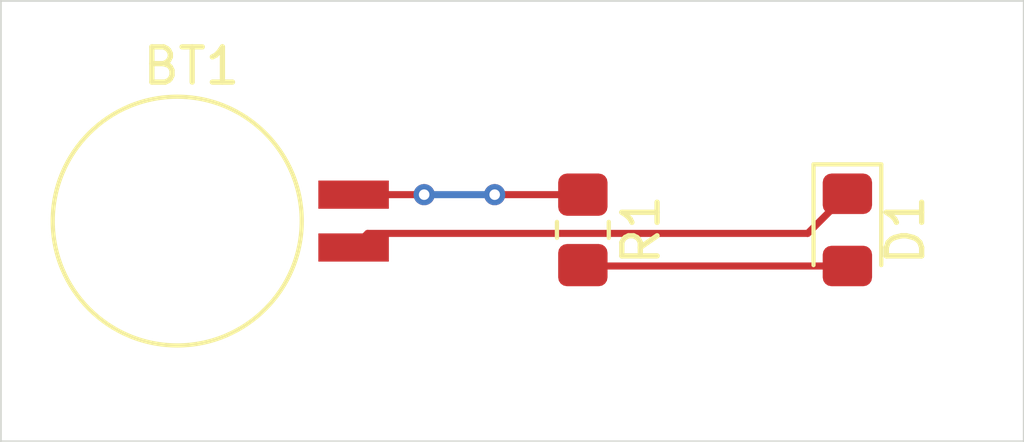
<source format=kicad_pcb>
(kicad_pcb (version 20240108) (generator "pcbnew") (generator_version "8.0")
  (title_block (title "LED Demo") (date "2024-10-31") (rev "1.0") (company "Formula Slug"))
  (layers (0 "F.Cu" signal) (31 "B.Cu" signal) (34 "B.Paste" user) (35 "F.Paste" user) (36 "B.SilkS" user "B.Silkscreen") (37 "F.SilkS" user "F.Silkscreen") (38 "B.Mask" user) (39 "F.Mask" user) (44 "Edge.Cuts" user))
  (net 0 "")
  (net 1 "Net-(BT1--)")
  (net 2 "Net-(BT1-+)")
  (net 3 "Net-(D1-A)")
  (footprint "LED_SMD:LED_0805_2012Metric_Pad1.15x1.40mm_HandSolder" (layer "F.Cu") (at 112.5 66.5 -90)
    (property "Reference" "D1" (at 0 -1.65 90) (layer "F.SilkS"))
    (property "Value" "LED")
    (fp_line (start -1.86 0.96) (end 1 0.96) (stroke (width 0.12)) (layer "F.SilkS"))
    (fp_line (start -1.86 -0.96) (end -1.86 0.96) (stroke (width 0.12)) (layer "F.SilkS"))
    (fp_line (start 1 -0.96) (end -1.86 -0.96) (stroke (width 0.12)) (layer "F.SilkS"))
    (pad "1" smd roundrect (at -1.025 0 270) (size 1.15 1.4) (layers "F.Cu" "F.Paste" "F.Mask") (roundrect_rratio 0.217391) (net 1 "Net-(BT1--)"))
    (pad "2" smd roundrect (at 1.025 0 270) (size 1.15 1.4) (layers "F.Cu" "F.Paste" "F.Mask") (roundrect_rratio 0.217391) (net 3 "Net-(D1-A)"))
  )
  (footprint "Resistor_SMD:R_0805_2012Metric_Pad1.20x1.40mm_HandSolder" (layer "F.Cu") (at 105 66.5 -90)
    (property "Reference" "R1" (at 0 -1.65 90) (layer "F.SilkS"))
    (property "Value" "R")
    (fp_line (start -0.227064 0.735) (end 0.227064 0.735) (stroke (width 0.12)) (layer "F.SilkS"))
    (fp_line (start -0.227064 -0.735) (end 0.227064 -0.735) (stroke (width 0.12)) (layer "F.SilkS"))
    (pad "1" smd roundrect (at -1 0 270) (size 1.2 1.4) (layers "F.Cu" "F.Paste" "F.Mask") (roundrect_rratio 0.208333) (net 2 "Net-(BT1-+)"))
    (pad "2" smd roundrect (at 1 0 270) (size 1.2 1.4) (layers "F.Cu" "F.Paste" "F.Mask") (roundrect_rratio 0.208333) (net 3 "Net-(D1-A)"))
  )
  (footprint "Battery:BatteryHolder_Seiko_MS621F" (layer "F.Cu") (at 98.5 66.25)
    (property "Reference" "BT1" (at -4.6 -4.4 0) (layer "F.SilkS"))
    (property "Value" "Battery_Cell")
    (fp_circle (center -5 0) (end -1.47 0) (stroke (width 0.12)) (fill none) (layer "F.SilkS"))
    (pad "1" smd rect (at 0 -0.75) (size 2 0.8) (layers "F.Cu" "F.Paste" "F.Mask") (net 2 "Net-(BT1-+)"))
    (pad "2" smd rect (at 0 0.75) (size 2 0.8) (layers "F.Cu" "F.Paste" "F.Mask") (net 1 "Net-(BT1--)"))
  )
  (gr_rect (start 88.5 60) (end 117.5 72.5) (stroke (width 0.05)) (fill none) (layer "Edge.Cuts"))
  (segment (start 98.9 66.6) (end 111.375 66.6) (width 0.2) (layer "F.Cu") (net 1))
  (segment (start 111.375 66.6) (end 112.5 65.475) (width 0.2) (layer "F.Cu") (net 1))
  (segment (start 98.5 67) (end 98.9 66.6) (width 0.2) (layer "F.Cu") (net 1))
  (segment (start 105 65.5) (end 102.5 65.5) (width 0.2) (layer "F.Cu") (net 2))
  (segment (start 100.5 65.5) (end 98.5 65.5) (width 0.2) (layer "F.Cu") (net 2))
  (via (at 102.5 65.5) (size 0.6) (drill 0.3) (layers "F.Cu" "B.Cu") (net 2))
  (via (at 100.5 65.5) (size 0.6) (drill 0.3) (layers "F.Cu" "B.Cu") (net 2))
  (segment (start 102.5 65.5) (end 100.5 65.5) (width 0.2) (layer "B.Cu") (net 2))
  (segment (start 105.025 67.525) (end 105 67.5) (width 0.2) (layer "F.Cu") (net 3))
  (segment (start 112.5 67.525) (end 105.025 67.525) (width 0.2) (layer "F.Cu") (net 3))
)
</source>
